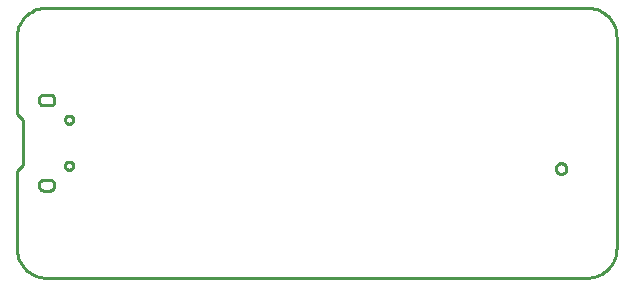
<source format=gbr>
G04 EAGLE Gerber RS-274X export*
G75*
%MOMM*%
%FSLAX34Y34*%
%LPD*%
%IN*%
%IPPOS*%
%AMOC8*
5,1,8,0,0,1.08239X$1,22.5*%
G01*
%ADD10C,0.254000*%


D10*
X0Y25400D02*
X97Y23186D01*
X386Y20989D01*
X865Y18826D01*
X1532Y16713D01*
X2380Y14666D01*
X3403Y12700D01*
X4594Y10831D01*
X5942Y9073D01*
X7440Y7440D01*
X9073Y5942D01*
X10831Y4594D01*
X12700Y3403D01*
X14666Y2380D01*
X16713Y1532D01*
X18826Y865D01*
X20989Y386D01*
X23186Y97D01*
X25400Y0D01*
X482600Y0D01*
X484814Y97D01*
X487011Y386D01*
X489174Y865D01*
X491287Y1532D01*
X493335Y2380D01*
X495300Y3403D01*
X497169Y4594D01*
X498927Y5942D01*
X500561Y7440D01*
X502058Y9073D01*
X503406Y10831D01*
X504597Y12700D01*
X505620Y14666D01*
X506468Y16713D01*
X507135Y18826D01*
X507614Y20989D01*
X507903Y23186D01*
X508000Y25400D01*
X508000Y203200D01*
X507903Y205414D01*
X507614Y207611D01*
X507135Y209774D01*
X506468Y211887D01*
X505620Y213935D01*
X504597Y215900D01*
X503406Y217769D01*
X502058Y219527D01*
X500561Y221161D01*
X498927Y222658D01*
X497169Y224006D01*
X495300Y225197D01*
X493335Y226220D01*
X491287Y227068D01*
X489174Y227735D01*
X487011Y228214D01*
X484814Y228503D01*
X482600Y228600D01*
X25400Y228600D01*
X23186Y228503D01*
X20989Y228214D01*
X18826Y227735D01*
X16713Y227068D01*
X14666Y226220D01*
X12700Y225197D01*
X10831Y224006D01*
X9073Y222658D01*
X7440Y221161D01*
X5942Y219527D01*
X4594Y217769D01*
X3403Y215900D01*
X2380Y213935D01*
X1532Y211887D01*
X865Y209774D01*
X386Y207611D01*
X97Y205414D01*
X0Y203200D01*
X0Y138430D01*
X5080Y133350D01*
X5080Y95250D01*
X0Y90170D01*
X0Y25400D01*
X18950Y78300D02*
X18922Y77949D01*
X18924Y77598D01*
X18957Y77248D01*
X19020Y76902D01*
X19113Y76563D01*
X19236Y76233D01*
X19387Y75915D01*
X19564Y75612D01*
X19768Y75325D01*
X19996Y75057D01*
X20246Y74810D01*
X20517Y74586D01*
X20806Y74386D01*
X21112Y74212D01*
X21432Y74066D01*
X21763Y73948D01*
X22103Y73859D01*
X22450Y73800D01*
X28450Y73800D01*
X28797Y73859D01*
X29137Y73948D01*
X29468Y74066D01*
X29788Y74212D01*
X30094Y74386D01*
X30383Y74586D01*
X30654Y74810D01*
X30904Y75057D01*
X31132Y75325D01*
X31336Y75612D01*
X31513Y75915D01*
X31664Y76233D01*
X31787Y76563D01*
X31880Y76902D01*
X31943Y77248D01*
X31976Y77598D01*
X31978Y77949D01*
X31950Y78300D01*
X31978Y78651D01*
X31976Y79002D01*
X31943Y79352D01*
X31880Y79698D01*
X31787Y80037D01*
X31664Y80367D01*
X31513Y80685D01*
X31336Y80988D01*
X31132Y81275D01*
X30904Y81543D01*
X30654Y81790D01*
X30383Y82014D01*
X30094Y82214D01*
X29788Y82388D01*
X29468Y82534D01*
X29137Y82652D01*
X28797Y82741D01*
X28450Y82800D01*
X22450Y82800D01*
X22103Y82741D01*
X21763Y82652D01*
X21432Y82534D01*
X21112Y82388D01*
X20806Y82214D01*
X20517Y82014D01*
X20246Y81790D01*
X19996Y81543D01*
X19768Y81275D01*
X19564Y80988D01*
X19387Y80685D01*
X19236Y80367D01*
X19113Y80037D01*
X19020Y79698D01*
X18957Y79352D01*
X18924Y79002D01*
X18922Y78651D01*
X18950Y78300D01*
X18950Y149300D02*
X18986Y148974D01*
X19050Y148653D01*
X19142Y148338D01*
X19262Y148033D01*
X19407Y147739D01*
X19577Y147459D01*
X19772Y147194D01*
X19988Y146948D01*
X20225Y146722D01*
X20481Y146517D01*
X20754Y146335D01*
X21042Y146177D01*
X21342Y146046D01*
X21652Y145941D01*
X21971Y145863D01*
X22295Y145814D01*
X22622Y145792D01*
X22950Y145800D01*
X28450Y145800D01*
X28755Y145813D01*
X29058Y145853D01*
X29356Y145919D01*
X29647Y146011D01*
X29929Y146128D01*
X30200Y146269D01*
X30458Y146433D01*
X30700Y146619D01*
X30925Y146825D01*
X31131Y147050D01*
X31317Y147292D01*
X31481Y147550D01*
X31622Y147821D01*
X31739Y148103D01*
X31831Y148394D01*
X31897Y148692D01*
X31937Y148995D01*
X31950Y149300D01*
X31950Y151300D01*
X31937Y151605D01*
X31897Y151908D01*
X31831Y152206D01*
X31739Y152497D01*
X31622Y152779D01*
X31481Y153050D01*
X31317Y153308D01*
X31131Y153550D01*
X30925Y153775D01*
X30700Y153981D01*
X30458Y154167D01*
X30200Y154331D01*
X29929Y154472D01*
X29647Y154589D01*
X29356Y154681D01*
X29058Y154747D01*
X28755Y154787D01*
X28450Y154800D01*
X22950Y154800D01*
X22622Y154808D01*
X22295Y154786D01*
X21971Y154737D01*
X21652Y154659D01*
X21342Y154554D01*
X21042Y154423D01*
X20754Y154265D01*
X20481Y154083D01*
X20225Y153878D01*
X19988Y153652D01*
X19772Y153406D01*
X19577Y153142D01*
X19407Y152861D01*
X19262Y152568D01*
X19142Y152262D01*
X19050Y151947D01*
X18986Y151626D01*
X18950Y151300D01*
X18950Y149300D01*
X44221Y130300D02*
X43766Y130360D01*
X43323Y130479D01*
X42899Y130654D01*
X42501Y130884D01*
X42137Y131163D01*
X41813Y131487D01*
X41534Y131851D01*
X41304Y132249D01*
X41129Y132673D01*
X41010Y133116D01*
X40950Y133571D01*
X40950Y134029D01*
X41010Y134484D01*
X41129Y134927D01*
X41304Y135351D01*
X41534Y135749D01*
X41813Y136113D01*
X42137Y136437D01*
X42501Y136716D01*
X42899Y136946D01*
X43323Y137121D01*
X43766Y137240D01*
X44221Y137300D01*
X44679Y137300D01*
X45134Y137240D01*
X45577Y137121D01*
X46001Y136946D01*
X46399Y136716D01*
X46763Y136437D01*
X47087Y136113D01*
X47366Y135749D01*
X47596Y135351D01*
X47771Y134927D01*
X47890Y134484D01*
X47950Y134029D01*
X47950Y133571D01*
X47890Y133116D01*
X47771Y132673D01*
X47596Y132249D01*
X47366Y131851D01*
X47087Y131487D01*
X46763Y131163D01*
X46399Y130884D01*
X46001Y130654D01*
X45577Y130479D01*
X45134Y130360D01*
X44679Y130300D01*
X44221Y130300D01*
X44221Y91300D02*
X43766Y91360D01*
X43323Y91479D01*
X42899Y91654D01*
X42501Y91884D01*
X42137Y92163D01*
X41813Y92487D01*
X41534Y92851D01*
X41304Y93249D01*
X41129Y93673D01*
X41010Y94116D01*
X40950Y94571D01*
X40950Y95029D01*
X41010Y95484D01*
X41129Y95927D01*
X41304Y96351D01*
X41534Y96749D01*
X41813Y97113D01*
X42137Y97437D01*
X42501Y97716D01*
X42899Y97946D01*
X43323Y98121D01*
X43766Y98240D01*
X44221Y98300D01*
X44679Y98300D01*
X45134Y98240D01*
X45577Y98121D01*
X46001Y97946D01*
X46399Y97716D01*
X46763Y97437D01*
X47087Y97113D01*
X47366Y96749D01*
X47596Y96351D01*
X47771Y95927D01*
X47890Y95484D01*
X47950Y95029D01*
X47950Y94571D01*
X47890Y94116D01*
X47771Y93673D01*
X47596Y93249D01*
X47366Y92851D01*
X47087Y92487D01*
X46763Y92163D01*
X46399Y91884D01*
X46001Y91654D01*
X45577Y91479D01*
X45134Y91360D01*
X44679Y91300D01*
X44221Y91300D01*
X460765Y87800D02*
X460180Y87877D01*
X459610Y88030D01*
X459065Y88255D01*
X458555Y88550D01*
X458087Y88909D01*
X457669Y89327D01*
X457310Y89795D01*
X457015Y90305D01*
X456790Y90850D01*
X456637Y91420D01*
X456560Y92005D01*
X456560Y92595D01*
X456637Y93180D01*
X456790Y93750D01*
X457015Y94295D01*
X457310Y94805D01*
X457669Y95273D01*
X458087Y95691D01*
X458555Y96050D01*
X459065Y96345D01*
X459610Y96570D01*
X460180Y96723D01*
X460765Y96800D01*
X461355Y96800D01*
X461940Y96723D01*
X462510Y96570D01*
X463055Y96345D01*
X463565Y96050D01*
X464033Y95691D01*
X464451Y95273D01*
X464810Y94805D01*
X465105Y94295D01*
X465330Y93750D01*
X465483Y93180D01*
X465560Y92595D01*
X465560Y92005D01*
X465483Y91420D01*
X465330Y90850D01*
X465105Y90305D01*
X464810Y89795D01*
X464451Y89327D01*
X464033Y88909D01*
X463565Y88550D01*
X463055Y88255D01*
X462510Y88030D01*
X461940Y87877D01*
X461355Y87800D01*
X460765Y87800D01*
M02*

</source>
